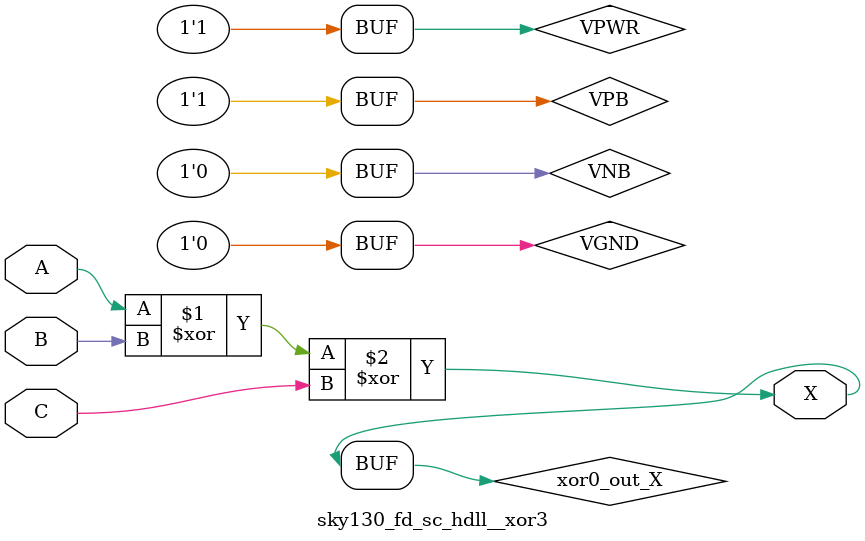
<source format=v>
/*
 * Copyright 2020 The SkyWater PDK Authors
 *
 * Licensed under the Apache License, Version 2.0 (the "License");
 * you may not use this file except in compliance with the License.
 * You may obtain a copy of the License at
 *
 *     https://www.apache.org/licenses/LICENSE-2.0
 *
 * Unless required by applicable law or agreed to in writing, software
 * distributed under the License is distributed on an "AS IS" BASIS,
 * WITHOUT WARRANTIES OR CONDITIONS OF ANY KIND, either express or implied.
 * See the License for the specific language governing permissions and
 * limitations under the License.
 *
 * SPDX-License-Identifier: Apache-2.0
*/


`ifndef SKY130_FD_SC_HDLL__XOR3_BEHAVIORAL_V
`define SKY130_FD_SC_HDLL__XOR3_BEHAVIORAL_V

/**
 * xor3: 3-input exclusive OR.
 *
 *       X = A ^ B ^ C
 *
 * Verilog simulation functional model.
 */

`timescale 1ns / 1ps
`default_nettype none

`celldefine
module sky130_fd_sc_hdll__xor3 (
    X,
    A,
    B,
    C
);

    // Module ports
    output X;
    input  A;
    input  B;
    input  C;

    // Module supplies
    supply1 VPWR;
    supply0 VGND;
    supply1 VPB ;
    supply0 VNB ;

    // Local signals
    wire xor0_out_X;

    //  Name  Output      Other arguments
    xor xor0 (xor0_out_X, A, B, C        );
    buf buf0 (X         , xor0_out_X     );

endmodule
`endcelldefine

`default_nettype wire
`endif  // SKY130_FD_SC_HDLL__XOR3_BEHAVIORAL_V
</source>
